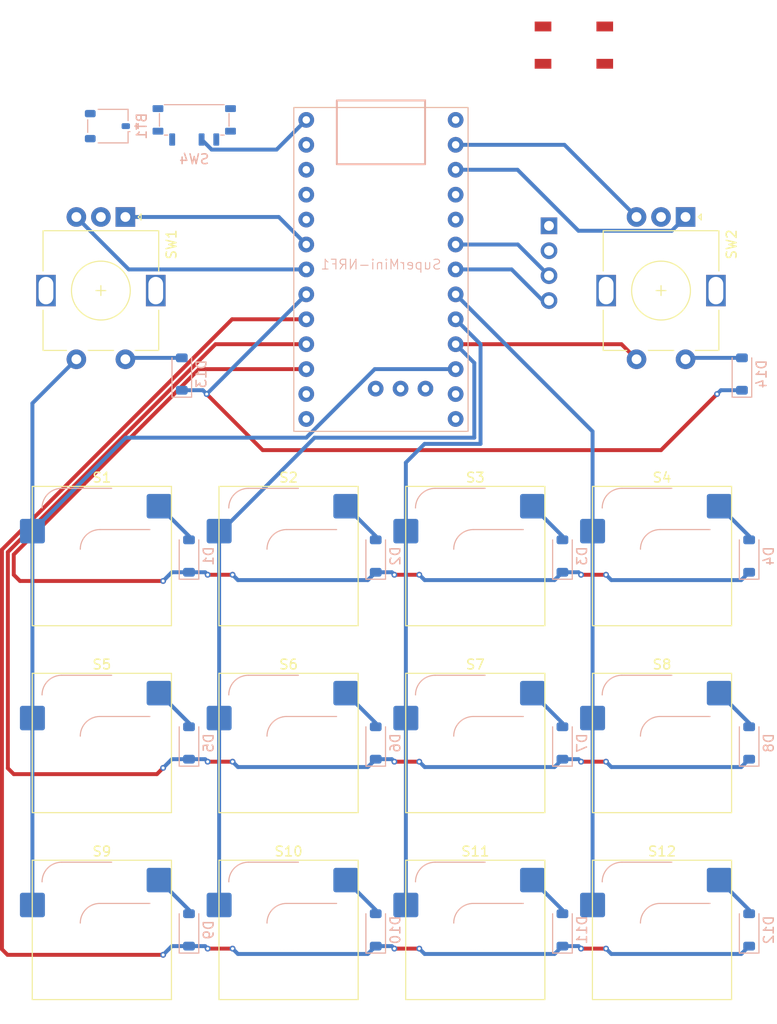
<source format=kicad_pcb>
(kicad_pcb (version 20241229) (generator "pcbnew") (generator_version "9.0")
  (layers (0 "F.Cu" signal) (2 "B.Cu" signal) (13 "F.Paste" user) (15 "B.Paste" user) (5 "F.SilkS" user "F.Silkscreen") (7 "B.SilkS" user "B.Silkscreen") (1 "F.Mask" user) (3 "B.Mask" user) (25 "Edge.Cuts" user))
  (net 0 "")
  (net 1 "Net-(BT1-+)")
  (net 2 "ROW 0")
  (net 3 "Net-(D1-A)")
  (net 4 "Net-(D2-A)")
  (net 5 "Net-(D3-A)")
  (net 6 "Net-(D4-A)")
  (net 7 "ROW 1")
  (net 8 "Net-(D5-A)")
  (net 9 "Net-(D6-A)")
  (net 10 "Net-(D7-A)")
  (net 11 "Net-(D8-A)")
  (net 12 "Net-(D9-A)")
  (net 13 "ROW 2")
  (net 14 "Net-(D10-A)")
  (net 15 "Net-(D11-A)")
  (net 16 "Net-(D12-A)")
  (net 17 "ROW 3")
  (net 18 "Net-(D13-A)")
  (net 19 "Net-(D14-A)")
  (net 20 "OLED SDA")
  (net 21 "VCC")
  (net 22 "OLED SCL")
  (net 23 "GND")
  (net 24 "COL 0")
  (net 25 "COL 1")
  (net 26 "COL 2")
  (net 27 "COL 3")
  (net 28 "BAT -")
  (net 29 "ENC 2")
  (net 30 "BAT +")
  (net 35 "RST")
  (net 36 "ENC 4")
  (net 37 "ENC 1")
  (net 39 "ENC 3")
  (footprint "ScottoKeebs_Hotswap:Hotswap_MX_1.00u" (layer "F.Cu") (at 149.325 92.075)
    (property "Reference" "S6" (at 0 -8 0) (layer "F.SilkS"))
    (property "Value" "Keyswitch")
    (pad "" np_thru_hole circle (at -5.08 0) (size 1.75 1.75) (drill 1.75) (layers "*.Cu" "*.Mask"))
    (pad "" np_thru_hole circle (at -3.81 -2.54) (size 3.05 3.05) (drill 3.05) (layers "*.Cu" "*.Mask"))
    (pad "" np_thru_hole circle (at 0 0) (size 4 4) (drill 4) (layers "*.Cu" "*.Mask"))
    (pad "" np_thru_hole circle (at 2.54 -5.08) (size 3.05 3.05) (drill 3.05) (layers "*.Cu" "*.Mask"))
    (pad "" np_thru_hole circle (at 5.08 0) (size 1.75 1.75) (drill 1.75) (layers "*.Cu" "*.Mask"))
    (pad "1" smd roundrect (at -7.085 -2.54) (size 2.55 2.5) (layers "B.Cu" "B.Mask" "B.Paste") (roundrect_rratio 0.1) (net 25 "COL 1"))
    (pad "2" smd roundrect (at 5.842 -5.08) (size 2.55 2.5) (layers "B.Cu" "B.Mask" "B.Paste") (roundrect_rratio 0.1) (net 9 "Net-(D6-A)"))
  )
  (footprint "ScottoKeebs_Hotswap:Hotswap_MX_1.00u" (layer "F.Cu") (at 168.375 111.125)
    (property "Reference" "S11" (at 0 -8 0) (layer "F.SilkS"))
    (property "Value" "Keyswitch")
    (pad "" np_thru_hole circle (at -5.08 0) (size 1.75 1.75) (drill 1.75) (layers "*.Cu" "*.Mask"))
    (pad "" np_thru_hole circle (at -3.81 -2.54) (size 3.05 3.05) (drill 3.05) (layers "*.Cu" "*.Mask"))
    (pad "" np_thru_hole circle (at 0 0) (size 4 4) (drill 4) (layers "*.Cu" "*.Mask"))
    (pad "" np_thru_hole circle (at 2.54 -5.08) (size 3.05 3.05) (drill 3.05) (layers "*.Cu" "*.Mask"))
    (pad "" np_thru_hole circle (at 5.08 0) (size 1.75 1.75) (drill 1.75) (layers "*.Cu" "*.Mask"))
    (pad "1" smd roundrect (at -7.085 -2.54) (size 2.55 2.5) (layers "B.Cu" "B.Mask" "B.Paste") (roundrect_rratio 0.1) (net 26 "COL 2"))
    (pad "2" smd roundrect (at 5.842 -5.08) (size 2.55 2.5) (layers "B.Cu" "B.Mask" "B.Paste") (roundrect_rratio 0.1) (net 15 "Net-(D11-A)"))
  )
  (footprint "ScottoKeebs_Hotswap:Hotswap_MX_1.00u" (layer "F.Cu") (at 168.375 73.025)
    (property "Reference" "S3" (at 0 -8 0) (layer "F.SilkS"))
    (property "Value" "Keyswitch")
    (pad "" np_thru_hole circle (at -5.08 0) (size 1.75 1.75) (drill 1.75) (layers "*.Cu" "*.Mask"))
    (pad "" np_thru_hole circle (at -3.81 -2.54) (size 3.05 3.05) (drill 3.05) (layers "*.Cu" "*.Mask"))
    (pad "" np_thru_hole circle (at 0 0) (size 4 4) (drill 4) (layers "*.Cu" "*.Mask"))
    (pad "" np_thru_hole circle (at 2.54 -5.08) (size 3.05 3.05) (drill 3.05) (layers "*.Cu" "*.Mask"))
    (pad "" np_thru_hole circle (at 5.08 0) (size 1.75 1.75) (drill 1.75) (layers "*.Cu" "*.Mask"))
    (pad "1" smd roundrect (at -7.085 -2.54) (size 2.55 2.5) (layers "B.Cu" "B.Mask" "B.Paste") (roundrect_rratio 0.1) (net 26 "COL 2"))
    (pad "2" smd roundrect (at 5.842 -5.08) (size 2.55 2.5) (layers "B.Cu" "B.Mask" "B.Paste") (roundrect_rratio 0.1) (net 5 "Net-(D3-A)"))
  )
  (footprint "ScottoKeebs_Hotswap:Hotswap_MX_1.00u" (layer "F.Cu") (at 130.275 92.075)
    (property "Reference" "S5" (at 0 -8 0) (layer "F.SilkS"))
    (property "Value" "Keyswitch")
    (pad "" np_thru_hole circle (at -5.08 0) (size 1.75 1.75) (drill 1.75) (layers "*.Cu" "*.Mask"))
    (pad "" np_thru_hole circle (at -3.81 -2.54) (size 3.05 3.05) (drill 3.05) (layers "*.Cu" "*.Mask"))
    (pad "" np_thru_hole circle (at 0 0) (size 4 4) (drill 4) (layers "*.Cu" "*.Mask"))
    (pad "" np_thru_hole circle (at 2.54 -5.08) (size 3.05 3.05) (drill 3.05) (layers "*.Cu" "*.Mask"))
    (pad "" np_thru_hole circle (at 5.08 0) (size 1.75 1.75) (drill 1.75) (layers "*.Cu" "*.Mask"))
    (pad "1" smd roundrect (at -7.085 -2.54) (size 2.55 2.5) (layers "B.Cu" "B.Mask" "B.Paste") (roundrect_rratio 0.1) (net 24 "COL 0"))
    (pad "2" smd roundrect (at 5.842 -5.08) (size 2.55 2.5) (layers "B.Cu" "B.Mask" "B.Paste") (roundrect_rratio 0.1) (net 8 "Net-(D5-A)"))
  )
  (footprint "ScottoKeebs_Hotswap:Hotswap_MX_1.00u" (layer "F.Cu") (at 187.425 92.075)
    (property "Reference" "S8" (at 0 -8 0) (layer "F.SilkS"))
    (property "Value" "Keyswitch")
    (pad "" np_thru_hole circle (at -5.08 0) (size 1.75 1.75) (drill 1.75) (layers "*.Cu" "*.Mask"))
    (pad "" np_thru_hole circle (at -3.81 -2.54) (size 3.05 3.05) (drill 3.05) (layers "*.Cu" "*.Mask"))
    (pad "" np_thru_hole circle (at 0 0) (size 4 4) (drill 4) (layers "*.Cu" "*.Mask"))
    (pad "" np_thru_hole circle (at 2.54 -5.08) (size 3.05 3.05) (drill 3.05) (layers "*.Cu" "*.Mask"))
    (pad "" np_thru_hole circle (at 5.08 0) (size 1.75 1.75) (drill 1.75) (layers "*.Cu" "*.Mask"))
    (pad "1" smd roundrect (at -7.085 -2.54) (size 2.55 2.5) (layers "B.Cu" "B.Mask" "B.Paste") (roundrect_rratio 0.1) (net 27 "COL 3"))
    (pad "2" smd roundrect (at 5.842 -5.08) (size 2.55 2.5) (layers "B.Cu" "B.Mask" "B.Paste") (roundrect_rratio 0.1) (net 11 "Net-(D8-A)"))
  )
  (footprint "ScottoKeebs_Hotswap:Hotswap_MX_1.00u" (layer "F.Cu") (at 149.325 73.025)
    (property "Reference" "S2" (at 0 -8 0) (layer "F.SilkS"))
    (property "Value" "Keyswitch")
    (pad "" np_thru_hole circle (at -5.08 0) (size 1.75 1.75) (drill 1.75) (layers "*.Cu" "*.Mask"))
    (pad "" np_thru_hole circle (at -3.81 -2.54) (size 3.05 3.05) (drill 3.05) (layers "*.Cu" "*.Mask"))
    (pad "" np_thru_hole circle (at 0 0) (size 4 4) (drill 4) (layers "*.Cu" "*.Mask"))
    (pad "" np_thru_hole circle (at 2.54 -5.08) (size 3.05 3.05) (drill 3.05) (layers "*.Cu" "*.Mask"))
    (pad "" np_thru_hole circle (at 5.08 0) (size 1.75 1.75) (drill 1.75) (layers "*.Cu" "*.Mask"))
    (pad "1" smd roundrect (at -7.085 -2.54) (size 2.55 2.5) (layers "B.Cu" "B.Mask" "B.Paste") (roundrect_rratio 0.1) (net 25 "COL 1"))
    (pad "2" smd roundrect (at 5.842 -5.08) (size 2.55 2.5) (layers "B.Cu" "B.Mask" "B.Paste") (roundrect_rratio 0.1) (net 4 "Net-(D2-A)"))
  )
  (footprint "Rotary_Encoder:RotaryEncoder_Alps_EC11E-Switch_Vertical_H20mm" (layer "F.Cu") (at 189.825 38.47 -90)
    (property "Reference" "SW2" (at 2.8 -4.7 90) (layer "F.SilkS"))
    (property "Value" "RotaryEncoder_Switch")
    (pad "A" thru_hole rect (at 0 0 270) (size 2 2) (drill 1) (layers "*.Cu" "*.Mask") (net 36 "ENC 4"))
    (pad "B" thru_hole circle (at 0 5 270) (size 2 2) (drill 1) (layers "*.Cu" "*.Mask") (net 39 "ENC 3"))
    (pad "C" thru_hole circle (at 0 2.5 270) (size 2 2) (drill 1) (layers "*.Cu" "*.Mask") (net 23 "GND"))
    (pad "MP" thru_hole rect (at 7.5 -3.1 270) (size 3.2 2) (drill oval 2.8 1.5) (layers "*.Cu" "*.Mask"))
    (pad "MP" thru_hole rect (at 7.5 8.1 270) (size 3.2 2) (drill oval 2.8 1.5) (layers "*.Cu" "*.Mask"))
    (pad "S1" thru_hole circle (at 14.5 5 270) (size 2 2) (drill 1) (layers "*.Cu" "*.Mask") (net 25 "COL 1"))
    (pad "S2" thru_hole circle (at 14.5 0 270) (size 2 2) (drill 1) (layers "*.Cu" "*.Mask") (net 19 "Net-(D14-A)"))
  )
  (footprint "Rotary_Encoder:RotaryEncoder_Alps_EC11E-Switch_Vertical_H20mm" (layer "F.Cu") (at 132.675 38.47 -90)
    (property "Reference" "SW1" (at 2.8 -4.7 90) (layer "F.SilkS"))
    (property "Value" "RotaryEncoder_Switch")
    (pad "A" thru_hole rect (at 0 0 270) (size 2 2) (drill 1) (layers "*.Cu" "*.Mask") (net 29 "ENC 2"))
    (pad "B" thru_hole circle (at 0 5 270) (size 2 2) (drill 1) (layers "*.Cu" "*.Mask") (net 37 "ENC 1"))
    (pad "C" thru_hole circle (at 0 2.5 270) (size 2 2) (drill 1) (layers "*.Cu" "*.Mask") (net 23 "GND"))
    (pad "MP" thru_hole rect (at 7.5 -3.1 270) (size 3.2 2) (drill oval 2.8 1.5) (layers "*.Cu" "*.Mask"))
    (pad "MP" thru_hole rect (at 7.5 8.1 270) (size 3.2 2) (drill oval 2.8 1.5) (layers "*.Cu" "*.Mask"))
    (pad "S1" thru_hole circle (at 14.5 5 270) (size 2 2) (drill 1) (layers "*.Cu" "*.Mask") (net 24 "COL 0"))
    (pad "S2" thru_hole circle (at 14.5 0 270) (size 2 2) (drill 1) (layers "*.Cu" "*.Mask") (net 18 "Net-(D13-A)"))
  )
  (footprint "ScottoKeebs_Hotswap:Hotswap_MX_1.00u" (layer "F.Cu") (at 168.375 92.075)
    (property "Reference" "S7" (at 0 -8 0) (layer "F.SilkS"))
    (property "Value" "Keyswitch")
    (pad "" np_thru_hole circle (at -5.08 0) (size 1.75 1.75) (drill 1.75) (layers "*.Cu" "*.Mask"))
    (pad "" np_thru_hole circle (at -3.81 -2.54) (size 3.05 3.05) (drill 3.05) (layers "*.Cu" "*.Mask"))
    (pad "" np_thru_hole circle (at 0 0) (size 4 4) (drill 4) (layers "*.Cu" "*.Mask"))
    (pad "" np_thru_hole circle (at 2.54 -5.08) (size 3.05 3.05) (drill 3.05) (layers "*.Cu" "*.Mask"))
    (pad "" np_thru_hole circle (at 5.08 0) (size 1.75 1.75) (drill 1.75) (layers "*.Cu" "*.Mask"))
    (pad "1" smd roundrect (at -7.085 -2.54) (size 2.55 2.5) (layers "B.Cu" "B.Mask" "B.Paste") (roundrect_rratio 0.1) (net 26 "COL 2"))
    (pad "2" smd roundrect (at 5.842 -5.08) (size 2.55 2.5) (layers "B.Cu" "B.Mask" "B.Paste") (roundrect_rratio 0.1) (net 10 "Net-(D7-A)"))
  )
  (footprint "ScottoKeebs_Hotswap:Hotswap_MX_1.00u" (layer "F.Cu") (at 187.425 73.025)
    (property "Reference" "S4" (at 0 -8 0) (layer "F.SilkS"))
    (property "Value" "Keyswitch")
    (pad "" np_thru_hole circle (at -5.08 0) (size 1.75 1.75) (drill 1.75) (layers "*.Cu" "*.Mask"))
    (pad "" np_thru_hole circle (at -3.81 -2.54) (size 3.05 3.05) (drill 3.05) (layers "*.Cu" "*.Mask"))
    (pad "" np_thru_hole circle (at 0 0) (size 4 4) (drill 4) (layers "*.Cu" "*.Mask"))
    (pad "" np_thru_hole circle (at 2.54 -5.08) (size 3.05 3.05) (drill 3.05) (layers "*.Cu" "*.Mask"))
    (pad "" np_thru_hole circle (at 5.08 0) (size 1.75 1.75) (drill 1.75) (layers "*.Cu" "*.Mask"))
    (pad "1" smd roundrect (at -7.085 -2.54) (size 2.55 2.5) (layers "B.Cu" "B.Mask" "B.Paste") (roundrect_rratio 0.1) (net 27 "COL 3"))
    (pad "2" smd roundrect (at 5.842 -5.08) (size 2.55 2.5) (layers "B.Cu" "B.Mask" "B.Paste") (roundrect_rratio 0.1) (net 6 "Net-(D4-A)"))
  )
  (footprint "ScottoKeebs_Hotswap:Hotswap_MX_1.00u" (layer "F.Cu") (at 149.325 111.125)
    (property "Reference" "S10" (at 0 -8 0) (layer "F.SilkS"))
    (property "Value" "Keyswitch")
    (pad "" np_thru_hole circle (at -5.08 0) (size 1.75 1.75) (drill 1.75) (layers "*.Cu" "*.Mask"))
    (pad "" np_thru_hole circle (at -3.81 -2.54) (size 3.05 3.05) (drill 3.05) (layers "*.Cu" "*.Mask"))
    (pad "" np_thru_hole circle (at 0 0) (size 4 4) (drill 4) (layers "*.Cu" "*.Mask"))
    (pad "" np_thru_hole circle (at 2.54 -5.08) (size 3.05 3.05) (drill 3.05) (layers "*.Cu" "*.Mask"))
    (pad "" np_thru_hole circle (at 5.08 0) (size 1.75 1.75) (drill 1.75) (layers "*.Cu" "*.Mask"))
    (pad "1" smd roundrect (at -7.085 -2.54) (size 2.55 2.5) (layers "B.Cu" "B.Mask" "B.Paste") (roundrect_rratio 0.1) (net 25 "COL 1"))
    (pad "2" smd roundrect (at 5.842 -5.08) (size 2.55 2.5) (layers "B.Cu" "B.Mask" "B.Paste") (roundrect_rratio 0.1) (net 14 "Net-(D10-A)"))
  )
  (footprint "ScottoKeebs_Components:Button_TL3342" (layer "F.Cu") (at 178.435 20.955 180)
    (property "Reference" "SW3" (hide yes))
    (property "Value" "SW_Push")
    (pad "1" smd rect (at -3.15 -1.9 180) (size 1.7 1) (layers "F.Cu" "F.Mask" "F.Paste") (net 35 "RST"))
    (pad "1" smd rect (at 3.15 -1.9 180) (size 1.7 1) (layers "F.Cu" "F.Mask" "F.Paste") (net 35 "RST"))
    (pad "2" smd rect (at -3.15 1.9 180) (size 1.7 1) (layers "F.Cu" "F.Mask" "F.Paste") (net 23 "GND"))
    (pad "2" smd rect (at 3.15 1.9 180) (size 1.7 1) (layers "F.Cu" "F.Mask" "F.Paste") (net 23 "GND"))
  )
  (footprint "ScottoKeebs_Hotswap:Hotswap_MX_1.00u" (layer "F.Cu") (at 130.275 73.025)
    (property "Reference" "S1" (at 0 -8 0) (layer "F.SilkS"))
    (property "Value" "Keyswitch")
    (pad "" np_thru_hole circle (at -5.08 0) (size 1.75 1.75) (drill 1.75) (layers "*.Cu" "*.Mask"))
    (pad "" np_thru_hole circle (at -3.81 -2.54) (size 3.05 3.05) (drill 3.05) (layers "*.Cu" "*.Mask"))
    (pad "" np_thru_hole circle (at 0 0) (size 4 4) (drill 4) (layers "*.Cu" "*.Mask"))
    (pad "" np_thru_hole circle (at 2.54 -5.08) (size 3.05 3.05) (drill 3.05) (layers "*.Cu" "*.Mask"))
    (pad "" np_thru_hole circle (at 5.08 0) (size 1.75 1.75) (drill 1.75) (layers "*.Cu" "*.Mask"))
    (pad "1" smd roundrect (at -7.085 -2.54) (size 2.55 2.5) (layers "B.Cu" "B.Mask" "B.Paste") (roundrect_rratio 0.1) (net 24 "COL 0"))
    (pad "2" smd roundrect (at 5.842 -5.08) (size 2.55 2.5) (layers "B.Cu" "B.Mask" "B.Paste") (roundrect_rratio 0.1) (net 3 "Net-(D1-A)"))
  )
  (footprint "ScottoKeebs_Hotswap:Hotswap_MX_1.00u" (layer "F.Cu") (at 130.275 111.125)
    (property "Reference" "S9" (at 0 -8 0) (layer "F.SilkS"))
    (property "Value" "Keyswitch")
    (pad "" np_thru_hole circle (at -5.08 0) (size 1.75 1.75) (drill 1.75) (layers "*.Cu" "*.Mask"))
    (pad "" np_thru_hole circle (at -3.81 -2.54) (size 3.05 3.05) (drill 3.05) (layers "*.Cu" "*.Mask"))
    (pad "" np_thru_hole circle (at 0 0) (size 4 4) (drill 4) (layers "*.Cu" "*.Mask"))
    (pad "" np_thru_hole circle (at 2.54 -5.08) (size 3.05 3.05) (drill 3.05) (layers "*.Cu" "*.Mask"))
    (pad "" np_thru_hole circle (at 5.08 0) (size 1.75 1.75) (drill 1.75) (layers "*.Cu" "*.Mask"))
    (pad "1" smd roundrect (at -7.085 -2.54) (size 2.55 2.5) (layers "B.Cu" "B.Mask" "B.Paste") (roundrect_rratio 0.1) (net 24 "COL 0"))
    (pad "2" smd roundrect (at 5.842 -5.08) (size 2.55 2.5) (layers "B.Cu" "B.Mask" "B.Paste") (roundrect_rratio 0.1) (net 12 "Net-(D9-A)"))
  )
  (footprint "ScottoKeebs_Hotswap:Hotswap_MX_1.00u" (layer "F.Cu") (at 187.425 111.125)
    (property "Reference" "S12" (at 0 -8 0) (layer "F.SilkS"))
    (property "Value" "Keyswitch")
    (pad "" np_thru_hole circle (at -5.08 0) (size 1.75 1.75) (drill 1.75) (layers "*.Cu" "*.Mask"))
    (pad "" np_thru_hole circle (at -3.81 -2.54) (size 3.05 3.05) (drill 3.05) (layers "*.Cu" "*.Mask"))
    (pad "" np_thru_hole circle (at 0 0) (size 4 4) (drill 4) (layers "*.Cu" "*.Mask"))
    (pad "" np_thru_hole circle (at 2.54 -5.08) (size 3.05 3.05) (drill 3.05) (layers "*.Cu" "*.Mask"))
    (pad "" np_thru_hole circle (at 5.08 0) (size 1.75 1.75) (drill 1.75) (layers "*.Cu" "*.Mask"))
    (pad "1" smd roundrect (at -7.085 -2.54) (size 2.55 2.5) (layers "B.Cu" "B.Mask" "B.Paste") (roundrect_rratio 0.1) (net 27 "COL 3"))
    (pad "2" smd roundrect (at 5.842 -5.08) (size 2.55 2.5) (layers "B.Cu" "B.Mask" "B.Paste") (roundrect_rratio 0.1) (net 16 "Net-(D12-A)"))
  )
  (footprint "ScottoKeebs_Components:OLED_128x32" (layer "F.Cu") (at 177.495 49.17 180)
    (property "Reference" "J1" (hide yes))
    (property "Value" "OLED_128x32")
    (pad "1" thru_hole rect (at 1.6 9.8) (size 1.7 1.7) (drill 1) (layers "*.Cu" "*.Mask") (net 23 "GND"))
    (pad "2" thru_hole oval (at 1.6 7.26) (size 1.7 1.7) (drill 1) (layers "*.Cu" "*.Mask") (net 21 "VCC"))
    (pad "3" thru_hole oval (at 1.6 4.72) (size 1.7 1.7) (drill 1) (layers "*.Cu" "*.Mask") (net 22 "OLED SCL"))
    (pad "4" thru_hole oval (at 1.6 2.18) (size 1.7 1.7) (drill 1) (layers "*.Cu" "*.Mask") (net 20 "OLED SDA"))
  )
  (footprint "Diode_SMD:D_SOD-123" (layer "B.Cu") (at 139.165 92.075 90)
    (property "Reference" "D5" (at 0 2 270) (layer "B.SilkS") (effects (justify mirror)))
    (property "Value" "Diode")
    (pad "1" smd roundrect (at -1.65 0 90) (size 0.9 1.2) (layers "B.Cu" "B.Mask" "B.Paste") (net 7 "ROW 1"))
    (pad "2" smd roundrect (at 1.65 0 90) (size 0.9 1.2) (layers "B.Cu" "B.Mask" "B.Paste") (net 8 "Net-(D5-A)"))
  )
  (footprint "Diode_SMD:D_SOD-123" (layer "B.Cu") (at 158.215 92.075 90)
    (property "Reference" "D6" (at 0 2 270) (layer "B.SilkS") (effects (justify mirror)))
    (property "Value" "Diode")
    (pad "1" smd roundrect (at -1.65 0 90) (size 0.9 1.2) (layers "B.Cu" "B.Mask" "B.Paste") (net 7 "ROW 1"))
    (pad "2" smd roundrect (at 1.65 0 90) (size 0.9 1.2) (layers "B.Cu" "B.Mask" "B.Paste") (net 9 "Net-(D6-A)"))
  )
  (footprint "Diode_SMD:D_SOD-123" (layer "B.Cu") (at 177.265 73.025 90)
    (property "Reference" "D3" (at 0 2 270) (layer "B.SilkS") (effects (justify mirror)))
    (property "Value" "Diode")
    (pad "1" smd roundrect (at -1.65 0 90) (size 0.9 1.2) (layers "B.Cu" "B.Mask" "B.Paste") (net 2 "ROW 0"))
    (pad "2" smd roundrect (at 1.65 0 90) (size 0.9 1.2) (layers "B.Cu" "B.Mask" "B.Paste") (net 5 "Net-(D3-A)"))
  )
  (footprint "Diode_SMD:D_SOD-123" (layer "B.Cu") (at 139.165 73.025 90)
    (property "Reference" "D1" (at 0 2 90) (layer "B.SilkS") (effects (justify mirror)))
    (property "Value" "Diode")
    (pad "1" smd roundrect (at -1.65 0 90) (size 0.9 1.2) (layers "B.Cu" "B.Mask" "B.Paste") (net 2 "ROW 0"))
    (pad "2" smd roundrect (at 1.65 0 90) (size 0.9 1.2) (layers "B.Cu" "B.Mask" "B.Paste") (net 3 "Net-(D1-A)"))
  )
  (footprint "Diode_SMD:D_SOD-123" (layer "B.Cu") (at 158.215 111.125 90)
    (property "Reference" "D10" (at 0 2 270) (layer "B.SilkS") (effects (justify mirror)))
    (property "Value" "Diode")
    (pad "1" smd roundrect (at -1.65 0 90) (size 0.9 1.2) (layers "B.Cu" "B.Mask" "B.Paste") (net 13 "ROW 2"))
    (pad "2" smd roundrect (at 1.65 0 90) (size 0.9 1.2) (layers "B.Cu" "B.Mask" "B.Paste") (net 14 "Net-(D10-A)"))
  )
  (footprint "RedComponents:SuperMini NRF52840" (layer "B.Cu") (at 158.75 43.815 180)
    (property "Reference" "SuperMini-NRF1" (at 0 0.5 0) (layer "B.SilkS") (effects (font (thickness 0.1)) (justify mirror)))
    (property "Value" "~")
    (pad "1" thru_hole circle (at -7.62 15.24 180) (size 1.6 1.6) (drill 0.762) (layers "*.Cu" "*.Mask") (net 28 "BAT -"))
    (pad "2" thru_hole circle (at -7.62 12.7 180) (size 1.6 1.6) (drill 0.762) (layers "*.Cu" "*.Mask") (net 39 "ENC 3"))
    (pad "3" thru_hole circle (at -7.62 10.16 180) (size 1.6 1.6) (drill 0.762) (layers "*.Cu" "*.Mask") (net 36 "ENC 4"))
    (pad "4" thru_hole circle (at -7.62 7.62 180) (size 1.6 1.6) (drill 0.762) (layers "*.Cu" "*.Mask") (net 23 "GND"))
    (pad "5" thru_hole circle (at -7.62 5.08 180) (size 1.6 1.6) (drill 0.762) (layers "*.Cu" "*.Mask") (net 23 "GND"))
    (pad "6" thru_hole circle (at -7.62 2.54 180) (size 1.6 1.6) (drill 0.762) (layers "*.Cu" "*.Mask") (net 22 "OLED SCL"))
    (pad "7" thru_hole circle (at -7.62 0 180) (size 1.6 1.6) (drill 0.762) (layers "*.Cu" "*.Mask") (net 20 "OLED SDA"))
    (pad "8" thru_hole circle (at -7.62 -2.54 180) (size 1.6 1.6) (drill 0.762) (layers "*.Cu" "*.Mask") (net 27 "COL 3"))
    (pad "9" thru_hole circle (at -7.62 -5.08 180) (size 1.6 1.6) (drill 0.762) (layers "*.Cu" "*.Mask") (net 26 "COL 2"))
    (pad "10" thru_hole circle (at -7.62 -7.62 180) (size 1.6 1.6) (drill 0.762) (layers "*.Cu" "*.Mask") (net 25 "COL 1"))
    (pad "11" thru_hole circle (at -7.62 -10.16 180) (size 1.6 1.6) (drill 0.762) (layers "*.Cu" "*.Mask") (net 24 "COL 0"))
    (pad "12" thru_hole circle (at -7.62 -12.7 180) (size 1.6 1.6) (drill 0.762) (layers "*.Cu" "*.Mask"))
    (pad "13" thru_hole circle (at -7.62 -15.24 180) (size 1.6 1.6) (drill 0.762) (layers "*.Cu" "*.Mask"))
    (pad "14" thru_hole circle (at 7.62 15.24 180) (size 1.6 1.6) (drill 0.762) (layers "*.Cu" "*.Mask") (net 30 "BAT +"))
    (pad "15" thru_hole circle (at 7.62 12.7 180) (size 1.6 1.6) (drill 0.762) (layers "*.Cu" "*.Mask"))
    (pad "16" thru_hole circle (at 7.62 10.16 180) (size 1.6 1.6) (drill 0.762) (layers "*.Cu" "*.Mask") (net 23 "GND"))
    (pad "17" thru_hole circle (at 7.62 7.62 180) (size 1.6 1.6) (drill 0.762) (layers "*.Cu" "*.Mask") (net 35 "RST"))
    (pad "18" thru_hole circle (at 7.62 5.08 180) (size 1.6 1.6) (drill 0.762) (layers "*.Cu" "*.Mask") (net 21 "VCC"))
    (pad "19" thru_hole circle (at 7.62 2.54 180) (size 1.6 1.6) (drill 0.762) (layers "*.Cu" "*.Mask") (net 29 "ENC 2"))
    (pad "20" thru_hole circle (at 7.62 0 180) (size 1.6 1.6) (drill 0.762) (layers "*.Cu" "*.Mask") (net 37 "ENC 1"))
    (pad "21" thru_hole circle (at 7.62 -2.54 180) (size 1.6 1.6) (drill 0.762) (layers "*.Cu" "*.Mask") (net 17 "ROW 3"))
    (pad "22" thru_hole circle (at 7.62 -5.08 180) (size 1.6 1.6) (drill 0.762) (layers "*.Cu" "*.Mask") (net 13 "ROW 2"))
    (pad "23" thru_hole circle (at 7.62 -7.62 180) (size 1.6 1.6) (drill 0.762) (layers "*.Cu" "*.Mask") (net 7 "ROW 1"))
    (pad "24" thru_hole circle (at 7.62 -10.16 180) (size 1.6 1.6) (drill 0.762) (layers "*.Cu" "*.Mask") (net 2 "ROW 0"))
    (pad "25" thru_hole circle (at 7.62 -12.7 180) (size 1.6 1.6) (drill 0.762) (layers "*.Cu" "*.Mask"))
    (pad "26" thru_hole circle (at 7.62 -15.24 180) (size 1.6 1.6) (drill 0.762) (layers "*.Cu" "*.Mask"))
    (pad "27" thru_hole circle (at -4.54 -12.1452 180) (size 1.6 1.6) (drill 0.762) (layers "*.Cu" "*.Mask"))
    (pad "28" thru_hole circle (at -2 -12.1452 180) (size 1.6 1.6) (drill 0.762) (layers "*.Cu" "*.Mask"))
    (pad "29" thru_hole circle (at 0.54 -12.1452 180) (size 1.6 1.6) (drill 0.762) (layers "*.Cu" "*.Mask"))
  )
  (footprint "Diode_SMD:D_SOD-123" (layer "B.Cu") (at 177.265 111.125 90)
    (property "Reference" "D11" (at 0 2 270) (layer "B.SilkS") (effects (justify mirror)))
    (property "Value" "Diode")
    (pad "1" smd roundrect (at -1.65 0 90) (size 0.9 1.2) (layers "B.Cu" "B.Mask" "B.Paste") (net 13 "ROW 2"))
    (pad "2" smd roundrect (at 1.65 0 90) (size 0.9 1.2) (layers "B.Cu" "B.Mask" "B.Paste") (net 15 "Net-(D11-A)"))
  )
  (footprint "Diode_SMD:D_SOD-123" (layer "B.Cu") (at 195.58 54.475 90)
    (property "Reference" "D14" (at 0 2 90) (layer "B.SilkS") (effects (justify mirror)))
    (property "Value" "Diode")
    (pad "1" smd roundrect (at -1.65 0 90) (size 0.9 1.2) (layers "B.Cu" "B.Mask" "B.Paste") (net 17 "ROW 3"))
    (pad "2" smd roundrect (at 1.65 0 90) (size 0.9 1.2) (layers "B.Cu" "B.Mask" "B.Paste") (net 19 "Net-(D14-A)"))
  )
  (footprint "Diode_SMD:D_SOD-123" (layer "B.Cu") (at 196.315 73.025 90)
    (property "Reference" "D4" (at 0 2 270) (layer "B.SilkS") (effects (justify mirror)))
    (property "Value" "Diode")
    (pad "1" smd roundrect (at -1.65 0 90) (size 0.9 1.2) (layers "B.Cu" "B.Mask" "B.Paste") (net 2 "ROW 0"))
    (pad "2" smd roundrect (at 1.65 0 90) (size 0.9 1.2) (layers "B.Cu" "B.Mask" "B.Paste") (net 6 "Net-(D4-A)"))
  )
  (footprint "Connector_JST:JST_ACH_BM01B-ACHSS-A-GAN-ETF_1x01-1MP_P1.20mm_Vertical" (layer "B.Cu") (at 130.84 29.21 90)
    (property "Reference" "BT1" (at 0 3.5 90) (layer "B.SilkS") (effects (justify mirror)))
    (property "Value" "Battery")
    (pad "1" smd roundrect (at 0 1.875 90) (size 0.6 0.85) (layers "B.Cu" "B.Mask" "B.Paste") (net 1 "Net-(BT1-+)"))
    (pad "MP" smd roundrect (at -1.275 -1.75 90) (size 0.75 1.1) (layers "B.Cu" "B.Mask" "B.Paste"))
    (pad "MP" smd roundrect (at 1.275 -1.75 90) (size 0.75 1.1) (layers "B.Cu" "B.Mask" "B.Paste"))
  )
  (footprint "Diode_SMD:D_SOD-123" (layer "B.Cu") (at 196.315 92.075 90)
    (property "Reference" "D8" (at 0 2 270) (layer "B.SilkS") (effects (justify mirror)))
    (property "Value" "Diode")
    (pad "1" smd roundrect (at -1.65 0 90) (size 0.9 1.2) (layers "B.Cu" "B.Mask" "B.Paste") (net 7 "ROW 1"))
    (pad "2" smd roundrect (at 1.65 0 90) (size 0.9 1.2) (layers "B.Cu" "B.Mask" "B.Paste") (net 11 "Net-(D8-A)"))
  )
  (footprint "ScottoKeebs_Components:Switch_MSK12C02" (layer "B.Cu") (at 139.7 28.575 180)
    (property "Reference" "SW4" (at 0 -4 0) (layer "B.SilkS") (effects (justify mirror)))
    (property "Value" "Switch")
    (pad "" np_thru_hole circle (at -1.5 0) (size 0.85 0.85) (drill 0.85) (layers "*.Cu" "*.Mask"))
    (pad "" np_thru_hole circle (at 1.5 0) (size 0.85 0.85) (drill 0.85) (layers "*.Cu" "*.Mask"))
    (pad "1" smd roundrect (at 2.25 -2) (size 0.6 1.25) (layers "B.Cu" "B.Mask" "B.Paste") (roundrect_rratio 0.15) (net 1 "Net-(BT1-+)"))
    (pad "2" smd roundrect (at -0.75 -2) (size 0.6 1.25) (layers "B.Cu" "B.Mask" "B.Paste") (roundrect_rratio 0.15) (net 30 "BAT +"))
    (pad "3" smd roundrect (at -2.25 -2) (size 0.6 1.25) (layers "B.Cu" "B.Mask" "B.Paste") (roundrect_rratio 0.15))
    (pad "MP" smd roundrect (at -3.7 -1.15 270) (size 0.7 1.1) (layers "B.Cu" "B.Mask" "B.Paste") (roundrect_rratio 0.15))
    (pad "MP" smd roundrect (at -3.7 1.15 270) (size 0.7 1.1) (layers "B.Cu" "B.Mask" "B.Paste") (roundrect_rratio 0.15))
    (pad "MP" smd roundrect (at 3.7 -1.15 270) (size 0.7 1.1) (layers "B.Cu" "B.Mask" "B.Paste") (roundrect_rratio 0.15))
    (pad "MP" smd roundrect (at 3.7 1.15 270) (size 0.7 1.1) (layers "B.Cu" "B.Mask" "B.Paste") (roundrect_rratio 0.15))
  )
  (footprint "Diode_SMD:D_SOD-123" (layer "B.Cu") (at 177.265 92.075 90)
    (property "Reference" "D7" (at 0 2 270) (layer "B.SilkS") (effects (justify mirror)))
    (property "Value" "Diode")
    (pad "1" smd roundrect (at -1.65 0 90) (size 0.9 1.2) (layers "B.Cu" "B.Mask" "B.Paste") (net 7 "ROW 1"))
    (pad "2" smd roundrect (at 1.65 0 90) (size 0.9 1.2) (layers "B.Cu" "B.Mask" "B.Paste") (net 10 "Net-(D7-A)"))
  )
  (footprint "Diode_SMD:D_SOD-123" (layer "B.Cu") (at 139.165 111.125 90)
    (property "Reference" "D9" (at 0 2 270) (layer "B.SilkS") (effects (justify mirror)))
    (property "Value" "Diode")
    (pad "1" smd roundrect (at -1.65 0 90) (size 0.9 1.2) (layers "B.Cu" "B.Mask" "B.Paste") (net 13 "ROW 2"))
    (pad "2" smd roundrect (at 1.65 0 90) (size 0.9 1.2) (layers "B.Cu" "B.Mask" "B.Paste") (net 12 "Net-(D9-A)"))
  )
  (footprint "Diode_SMD:D_SOD-123" (layer "B.Cu") (at 196.315 111.125 90)
    (property "Reference" "D12" (at 0 2 270) (layer "B.SilkS") (effects (justify mirror)))
    (property "Value" "Diode")
    (pad "1" smd roundrect (at -1.65 0 90) (size 0.9 1.2) (layers "B.Cu" "B.Mask" "B.Paste") (net 13 "ROW 2"))
    (pad "2" smd roundrect (at 1.65 0 90) (size 0.9 1.2) (layers "B.Cu" "B.Mask" "B.Paste") (net 16 "Net-(D12-A)"))
  )
  (footprint "Diode_SMD:D_SOD-123" (layer "B.Cu") (at 158.215 73.025 90)
    (property "Reference" "D2" (at 0 2 270) (layer "B.SilkS") (effects (justify mirror)))
    (property "Value" "Diode")
    (pad "1" smd roundrect (at -1.65 0 90) (size 0.9 1.2) (layers "B.Cu" "B.Mask" "B.Paste") (net 2 "ROW 0"))
    (pad "2" smd roundrect (at 1.65 0 90) (size 0.9 1.2) (layers "B.Cu" "B.Mask" "B.Paste") (net 4 "Net-(D2-A)"))
  )
  (footprint "Diode_SMD:D_SOD-123" (layer "B.Cu") (at 138.43 54.475 90)
    (property "Reference" "D13" (at 0 2 90) (layer "B.SilkS") (effects (justify mirror)))
    (property "Value" "Diode")
    (pad "1" smd roundrect (at -1.65 0 90) (size 0.9 1.2) (layers "B.Cu" "B.Mask" "B.Paste") (net 17 "ROW 3"))
    (pad "2" smd roundrect (at 1.65 0 90) (size 0.9 1.2) (layers "B.Cu" "B.Mask" "B.Paste") (net 18 "Net-(D13-A)"))
  )
  (segment (start 121.285 72.870514) (end 140.180514 53.975) (width 0.4) (layer "F.Cu") (net 2))
  (segment (start 179.17 74.93) (end 181.71 74.93) (width 0.4) (layer "F.Cu") (net 2))
  (segment (start 160.12 74.93) (end 162.66 74.93) (width 0.4) (layer "F.Cu") (net 2))
  (segment (start 140.180514 53.975) (end 151.13 53.975) (width 0.4) (layer "F.Cu") (net 2))
  (segment (start 121.285 74.93) (end 121.285 72.870514) (width 0.4) (layer "F.Cu") (net 2))
  (segment (start 136.525 75.565) (end 121.92 75.565) (width 0.4) (layer "F.Cu") (net 2))
  (segment (start 141.07 74.93) (end 143.61 74.93) (width 0.4) (layer "F.Cu") (net 2))
  (segment (start 121.92 75.565) (end 121.285 74.93) (width 0.4) (layer "F.Cu") (net 2))
  (via (at 141.07 74.93) (size 0.6) (drill 0.3) (layers "F.Cu" "B.Cu") (net 2))
  (via (at 143.61 74.93) (size 0.6) (drill 0.3) (layers "F.Cu" "B.Cu") (net 2))
  (via (at 162.66 74.93) (size 0.6) (drill 0.3) (layers "F.Cu" "B.Cu") (net 2))
  (via (at 136.525 75.565) (size 0.6) (drill 0.3) (layers "F.Cu" "B.Cu") (net 2))
  (via (at 179.17 74.93) (size 0.6) (drill 0.3) (layers "F.Cu" "B.Cu") (net 2))
  (via (at 160.12 74.93) (size 0.6) (drill 0.3) (layers "F.Cu" "B.Cu") (net 2))
  (via (at 181.71 74.93) (size 0.6) (drill 0.3) (layers "F.Cu" "B.Cu") (net 2))
  (segment (start 182.256 75.476) (end 195.514 75.476) (width 0.4) (layer "B.Cu") (net 2))
  (segment (start 177.265 74.675) (end 178.915 74.675) (width 0.4) (layer "B.Cu") (net 2))
  (segment (start 139.165 74.675) (end 140.815 74.675) (width 0.4) (layer "B.Cu") (net 2))
  (segment (start 163.206 75.476) (end 176.464 75.476) (width 0.4) (layer "B.Cu") (net 2))
  (segment (start 195.514 75.476) (end 196.315 74.675) (width 0.4) (layer "B.Cu") (net 2))
  (segment (start 159.865 74.675) (end 160.12 74.93) (width 0.4) (layer "B.Cu") (net 2))
  (segment (start 143.61 74.93) (end 144.156 75.476) (width 0.4) (layer "B.Cu") (net 2))
  (segment (start 181.71 74.93) (end 182.256 75.476) (width 0.4) (layer "B.Cu") (net 2))
  (segment (start 157.414 75.476) (end 158.215 74.675) (width 0.4) (layer "B.Cu") (net 2))
  (segment (start 178.915 74.675) (end 179.17 74.93) (width 0.4) (layer "B.Cu") (net 2))
  (segment (start 139.165 74.675) (end 137.415 74.675) (width 0.4) (layer "B.Cu") (net 2))
  (segment (start 162.66 74.93) (end 163.206 75.476) (width 0.4) (layer "B.Cu") (net 2))
  (segment (start 140.815 74.675) (end 141.07 74.93) (width 0.4) (layer "B.Cu") (net 2))
  (segment (start 158.215 74.675) (end 159.865 74.675) (width 0.4) (layer "B.Cu") (net 2))
  (segment (start 144.156 75.476) (end 157.414 75.476) (width 0.4) (layer "B.Cu") (net 2))
  (segment (start 176.464 75.476) (end 177.265 74.675) (width 0.4) (layer "B.Cu") (net 2))
  (segment (start 137.415 74.675) (end 136.525 75.565) (width 0.4) (layer "B.Cu") (net 2))
  (segment (start 136.117 67.945) (end 139.165 70.993) (width 0.4) (layer "B.Cu") (net 3))
  (segment (start 139.165 70.993) (end 139.165 71.375) (width 0.4) (layer "B.Cu") (net 3))
  (segment (start 158.215 70.993) (end 158.215 71.375) (width 0.4) (layer "B.Cu") (net 4))
  (segment (start 155.167 67.945) (end 158.215 70.993) (width 0.4) (layer "B.Cu") (net 4))
  (segment (start 174.217 67.945) (end 177.265 70.993) (width 0.4) (layer "B.Cu") (net 5))
  (segment (start 177.265 70.993) (end 177.265 71.375) (width 0.4) (layer "B.Cu") (net 5))
  (segment (start 196.315 70.993) (end 196.315 71.375) (width 0.4) (layer "B.Cu") (net 6))
  (segment (start 193.267 67.945) (end 196.315 70.993) (width 0.4) (layer "B.Cu") (net 6))
  (segment (start 136.525 94.615) (end 135.89 95.25) (width 0.4) (layer "F.Cu") (net 7))
  (segment (start 160.12 93.98) (end 162.66 93.98) (width 0.4) (layer "F.Cu") (net 7))
  (segment (start 121.285 95.25) (end 120.684 94.649) (width 0.4) (layer "F.Cu") (net 7))
  (segment (start 141.07 93.98) (end 143.61 93.98) (width 0.4) (layer "F.Cu") (net 7))
  (segment (start 179.17 93.98) (end 181.71 93.98) (width 0.4) (layer "F.Cu") (net 7))
  (segment (start 141.870572 51.435) (end 151.13 51.435) (width 0.4) (layer "F.Cu") (net 7))
  (segment (start 120.684 94.649) (end 120.684 72.621572) (width 0.4) (layer "F.Cu") (net 7))
  (segment (start 135.89 95.25) (end 121.285 95.25) (width 0.4) (layer "F.Cu") (net 7))
  (segment (start 120.684 72.621572) (end 141.870572 51.435) (width 0.4) (layer "F.Cu") (net 7))
  (via (at 162.66 93.98) (size 0.6) (drill 0.3) (layers "F.Cu" "B.Cu") (net 7))
  (via (at 181.71 93.98) (size 0.6) (drill 0.3) (layers "F.Cu" "B.Cu") (net 7))
  (via (at 160.12 93.98) (size 0.6) (drill 0.3) (layers "F.Cu" "B.Cu") (net 7))
  (via (at 141.07 93.98) (size 0.6) (drill 0.3) (layers "F.Cu" "B.Cu") (net 7))
  (via (at 143.61 93.98) (size 0.6) (drill 0.3) (layers "F.Cu" "B.Cu") (net 7))
  (via (at 179.17 93.98) (size 0.6) (drill 0.3) (layers "F.Cu" "B.Cu") (net 7))
  (via (at 136.525 94.615) (size 0.6) (drill 0.3) (layers "F.Cu" "B.Cu") (net 7))
  (segment (start 182.256 94.526) (end 195.514 94.526) (width 0.4) (layer "B.Cu") (net 7))
  (segment (start 181.71 93.98) (end 182.256 94.526) (width 0.4) (layer "B.Cu") (net 7))
  (segment (start 159.865 93.725) (end 160.12 93.98) (width 0.4) (layer "B.Cu") (net 7))
  (segment (start 178.915 93.725) (end 179.17 93.98) (width 0.4) (layer "B.Cu") (net 7))
  (segment (start 162.66 93.98) (end 163.206 94.526) (width 0.4) (layer "B.Cu") (net 7))
  (segment (start 144.156 94.526) (end 157.414 94.526) (width 0.4) (layer "B.Cu") (net 7))
  (segment (start 143.61 93.98) (end 144.156 94.526) (width 0.4) (layer "B.Cu") (net 7))
  (segment (start 139.165 93.725) (end 140.815 93.725) (width 0.4) (layer "B.Cu") (net 7))
  (segment (start 137.415 93.725) (end 136.525 94.615) (width 0.4) (layer "B.Cu") (net 7))
  (segment (start 140.815 93.725) (end 141.07 93.98) (width 0.4) (layer "B.Cu") (net 7))
  (segment (start 195.514 94.526) (end 196.315 93.725) (width 0.4) (layer "B.Cu") (net 7))
  (segment (start 139.165 93.725) (end 137.415 93.725) (width 0.4) (layer "B.Cu") (net 7))
  (segment (start 163.206 94.526) (end 176.464 94.526) (width 0.4) (layer "B.Cu") (net 7))
  (segment (start 157.414 94.526) (end 158.215 93.725) (width 0.4) (layer "B.Cu") (net 7))
  (segment (start 158.215 93.725) (end 159.865 93.725) (width 0.4) (layer "B.Cu") (net 7))
  (segment (start 177.265 93.725) (end 178.915 93.725) (width 0.4) (layer "B.Cu") (net 7))
  (segment (start 176.464 94.526) (end 177.265 93.725) (width 0.4) (layer "B.Cu") (net 7))
  (segment (start 136.117 86.995) (end 139.165 90.043) (width 0.4) (layer "B.Cu") (net 8))
  (segment (start 139.165 90.043) (end 139.165 90.425) (width 0.4) (layer "B.Cu") (net 8))
  (segment (start 158.215 90.043) (end 158.215 90.425) (width 0.4) (layer "B.Cu") (net 9))
  (segment (start 155.167 86.995) (end 158.215 90.043) (width 0.4) (layer "B.Cu") (net 9))
  (segment (start 177.265 90.043) (end 177.265 90.425) (width 0.4) (layer "B.Cu") (net 10))
  (segment (start 174.217 86.995) (end 177.265 90.043) (width 0.4) (layer "B.Cu") (net 10))
  (segment (start 193.267 86.995) (end 196.315 90.043) (width 0.4) (layer "B.Cu") (net 11))
  (segment (start 196.315 90.043) (end 196.315 90.425) (width 0.4) (layer "B.Cu") (net 11))
  (segment (start 139.165 109.093) (end 139.165 109.475) (width 0.4) (layer "B.Cu") (net 12))
  (segment (start 136.117 106.045) (end 139.165 109.093) (width 0.4) (layer "B.Cu") (net 12))
  (segment (start 141.07 113.03) (end 143.61 113.03) (width 0.4) (layer "F.Cu") (net 13))
  (segment (start 179.17 113.03) (end 181.71 113.03) (width 0.4) (layer "F.Cu") (net 13))
  (segment (start 136.525 113.665) (end 120.65 113.665) (width 0.4) (layer "F.Cu") (net 13))
  (segment (start 120.083 72.37263) (end 143.56063 48.895) (width 0.4) (layer "F.Cu") (net 13))
  (segment (start 160.12 113.03) (end 162.66 113.03) (width 0.4) (layer "F.Cu") (net 13))
  (segment (start 120.65 113.665) (end 120.083 113.098) (width 0.4) (layer "F.Cu") (net 13))
  (segment (start 120.083 113.098) (end 120.083 72.37263) (width 0.4) (layer "F.Cu") (net 13))
  (segment (start 143.56063 48.895) (end 151.13 48.895) (width 0.4) (layer "F.Cu") (net 13))
  (via (at 136.525 113.665) (size 0.6) (drill 0.3) (layers "F.Cu" "B.Cu") (net 13))
  (via (at 179.17 113.03) (size 0.6) (drill 0.3) (layers "F.Cu" "B.Cu") (net 13))
  (via (at 160.12 113.03) (size 0.6) (drill 0.3) (layers "F.Cu" "B.Cu") (net 13))
  (via (at 181.71 113.03) (size 0.6) (drill 0.3) (layers "F.Cu" "B.Cu") (net 13))
  (via (at 141.07 113.03) (size 0.6) (drill 0.3) (layers "F.Cu" "B.Cu") (net 13))
  (via (at 162.66 113.03) (size 0.6) (drill 0.3) (layers "F.Cu" "B.Cu") (net 13))
  (via (at 143.61 113.03) (size 0.6) (drill 0.3) (layers "F.Cu" "B.Cu") (net 13))
  (segment (start 181.71 113.03) (end 182.256 113.576) (width 0.4) (layer "B.Cu") (net 13))
  (segment (start 162.66 113.03) (end 163.206 113.576) (width 0.4) (layer "B.Cu") (net 13))
  (segment (start 159.865 112.775) (end 160.12 113.03) (width 0.4) (layer "B.Cu") (net 13))
  (segment (start 163.206 113.576) (end 176.464 113.576) (width 0.4) (layer "B.Cu") (net 13))
  (segment (start 176.464 113.576) (end 177.265 112.775) (width 0.4) (layer "B.Cu") (net 13))
  (segment (start 137.415 112.775) (end 136.525 113.665) (width 0.4) (layer "B.Cu") (net 13))
  (segment (start 139.165 112.775) (end 140.815 112.775) (width 0.4) (layer "B.Cu") (net 13))
  (segment (start 195.514 113.576) (end 196.315 112.775) (width 0.4) (layer "B.Cu") (net 13))
  (segment (start 139.165 112.775) (end 137.415 112.775) (width 0.4) (layer "B.Cu") (net 13))
  (segment (start 158.215 112.775) (end 159.865 112.775) (width 0.4) (layer "B.Cu") (net 13))
  (segment (start 182.256 113.576) (end 195.514 113.576) (width 0.4) (layer "B.Cu") (net 13))
  (segment (start 177.265 112.775) (end 178.915 112.775) (width 0.4) (layer "B.Cu") (net 13))
  (segment (start 144.156 113.576) (end 157.414 113.576) (width 0.4) (layer "B.Cu") (net 13))
  (segment (start 157.414 113.576) (end 158.215 112.775) (width 0.4) (layer "B.Cu") (net 13))
  (segment (start 143.61 113.03) (end 144.156 113.576) (width 0.4) (layer "B.Cu") (net 13))
  (segment (start 140.815 112.775) (end 141.07 113.03) (width 0.4) (layer "B.Cu") (net 13))
  (segment (start 178.915 112.775) (end 179.17 113.03) (width 0.4) (layer "B.Cu") (net 13))
  (segment (start 158.215 109.093) (end 158.215 109.475) (width 0.4) (layer "B.Cu") (net 14))
  (segment (start 155.167 106.045) (end 158.215 109.093) (width 0.4) (layer "B.Cu") (net 14))
  (segment (start 177.265 109.093) (end 177.265 109.475) (width 0.4) (layer "B.Cu") (net 15))
  (segment (start 174.217 106.045) (end 177.265 109.093) (width 0.4) (layer "B.Cu") (net 15))
  (segment (start 196.315 109.093) (end 196.315 109.475) (width 0.4) (layer "B.Cu") (net 16))
  (segment (start 193.267 106.045) (end 196.315 109.093) (width 0.4) (layer "B.Cu") (net 16))
  (segment (start 146.685 62.23) (end 140.97 56.515) (width 0.4) (layer "F.Cu") (net 17))
  (segment (start 193.04 56.515) (end 187.325 62.23) (width 0.4) (layer "F.Cu") (net 17))
  (segment (start 187.325 62.23) (end 146.685 62.23) (width 0.4) (layer "F.Cu") (net 17))
  (via (at 193.04 56.515) (size 0.6) (drill 0.3) (layers "F.Cu" "B.Cu") (net 17))
  (via (at 140.97 56.515) (size 0.6) (drill 0.3) (layers "F.Cu" "B.Cu") (net 17))
  (segment (start 151.13 46.355) (end 140.97 56.515) (width 0.4) (layer "B.Cu") (net 17))
  (segment (start 138.43 56.125) (end 140.58 56.125) (width 0.4) (layer "B.Cu") (net 17))
  (segment (start 140.58 56.125) (end 140.97 56.515) (width 0.4) (layer "B.Cu") (net 17))
  (segment (start 195.58 56.125) (end 193.43 56.125) (width 0.4) (layer "B.Cu") (net 17))
  (segment (start 193.43 56.125) (end 193.04 56.515) (width 0.4) (layer "B.Cu") (net 17))
  (segment (start 138.43 52.825) (end 132.82 52.825) (width 0.4) (layer "B.Cu") (net 18))
  (segment (start 132.82 52.825) (end 132.675 52.97) (width 0.4) (layer "B.Cu") (net 18))
  (segment (start 195.58 52.825) (end 189.97 52.825) (width 0.4) (layer "B.Cu") (net 19))
  (segment (start 189.97 52.825) (end 189.825 52.97) (width 0.4) (layer "B.Cu") (net 19))
  (segment (start 166.5 43.685) (end 166.37 43.815) (width 0.4) (layer "F.Cu") (net 20))
  (segment (start 175.26 46.99) (end 172.085 43.815) (width 0.4) (layer "B.Cu") (net 20))
  (segment (start 175.895 46.99) (end 175.26 46.99) (width 0.4) (layer "B.Cu") (net 20))
  (segment (start 172.085 43.815) (end 166.37 43.815) (width 0.4) (layer "B.Cu") (net 20))
  (segment (start 175.895 44.45) (end 172.72 41.275) (width 0.4) (layer "B.Cu") (net 22))
  (segment (start 172.72 41.275) (end 166.37 41.275) (width 0.4) (layer "B.Cu") (net 22))
  (segment (start 132.715 60.96) (end 151.13 60.96) (width 0.4) (layer "B.Cu") (net 24))
  (segment (start 123.19 70.485) (end 132.715 60.96) (width 0.4) (layer "B.Cu") (net 24))
  (segment (start 123.19 70.485) (end 123.19 57.455) (width 0.4) (layer "B.Cu") (net 24))
  (segment (start 158.115 53.975) (end 166.37 53.975) (width 0.4) (layer "B.Cu") (net 24))
  (segment (start 123.19 70.485) (end 123.19 108.585) (width 0.4) (layer "B.Cu") (net 24))
  (segment (start 123.19 57.455) (end 127.675 52.97) (width 0.4) (layer "B.Cu") (net 24))
  (segment (start 151.13 60.96) (end 158.115 53.975) (width 0.4) (layer "B.Cu") (net 24))
  (segment (start 184.825 52.97) (end 183.29 51.435) (width 0.4) (layer "F.Cu") (net 25))
  (segment (start 183.29 51.435) (end 166.37 51.435) (width 0.4) (layer "F.Cu") (net 25))
  (segment (start 151.979942 60.96) (end 168.275 60.96) (width 0.4) (layer "B.Cu") (net 25))
  (segment (start 142.24 70.485) (end 142.24 108.585) (width 0.4) (layer "B.Cu") (net 25))
  (segment (start 168.275 60.96) (end 168.275 53.34) (width 0.4) (layer "B.Cu") (net 25))
  (segment (start 142.454942 70.485) (end 151.979942 60.96) (width 0.4) (layer "B.Cu") (net 25))
  (segment (start 168.275 53.34) (end 166.37 51.435) (width 0.4) (layer "B.Cu") (net 25))
  (segment (start 142.24 70.485) (end 142.454942 70.485) (width 0.4) (layer "B.Cu") (net 25))
  (segment (start 161.29 63.5) (end 163.195 61.595) (width 0.4) (layer "B.Cu") (net 26))
  (segment (start 161.29 70.485) (end 161.29 108.585) (width 0.4) (layer "B.Cu") (net 26))
  (segment (start 168.91 61.595) (end 168.91 51.435) (width 0.4) (layer "B.Cu") (net 26))
  (segment (start 168.91 51.435) (end 166.37 48.895) (width 0.4) (layer "B.Cu") (net 26))
  (segment (start 163.195 61.595) (end 168.91 61.595) (width 0.4) (layer "B.Cu") (net 26))
  (segment (start 161.29 70.485) (end 161.29 63.5) (width 0.4) (layer "B.Cu") (net 26))
  (segment (start 180.34 60.325) (end 166.37 46.355) (width 0.4) (layer "B.Cu") (net 27))
  (segment (start 180.34 70.485) (end 180.34 60.325) (width 0.4) (layer "B.Cu") (net 27))
  (segment (start 180.34 70.485) (end 180.34 108.585) (width 0.4) (layer "B.Cu") (net 27))
  (segment (start 132.675 38.47) (end 148.325 38.47) (width 0.4) (layer "B.Cu") (net 29))
  (segment (start 148.325 38.47) (end 151.13 41.275) (width 0.4) (layer "B.Cu") (net 29))
  (segment (start 140.45 30.575) (end 141.476 31.601) (width 0.4) (layer "B.Cu") (net 30))
  (segment (start 148.104 31.601) (end 151.13 28.575) (width 0.4) (layer "B.Cu") (net 30))
  (segment (start 141.476 31.601) (end 148.104 31.601) (width 0.4) (layer "B.Cu") (net 30))
  (segment (start 178.898 39.871) (end 172.682 33.655) (width 0.4) (layer "B.Cu") (net 36))
  (segment (start 188.424 39.871) (end 178.898 39.871) (width 0.4) (layer "B.Cu") (net 36))
  (segment (start 189.825 38.47) (end 188.424 39.871) (width 0.4) (layer "B.Cu") (net 36))
  (segment (start 172.682 33.655) (end 166.37 33.655) (width 0.4) (layer "B.Cu") (net 36))
  (segment (start 127.675 38.47) (end 133.02 43.815) (width 0.4) (layer "B.Cu") (net 37))
  (segment (start 133.02 43.815) (end 151.13 43.815) (width 0.4) (layer "B.Cu") (net 37))
  (segment (start 177.47 31.115) (end 166.37 31.115) (width 0.4) (layer "B.Cu") (net 39))
  (segment (start 184.825 38.47) (end 177.47 31.115) (width 0.4) (layer "B.Cu") (net 39))
)
</source>
